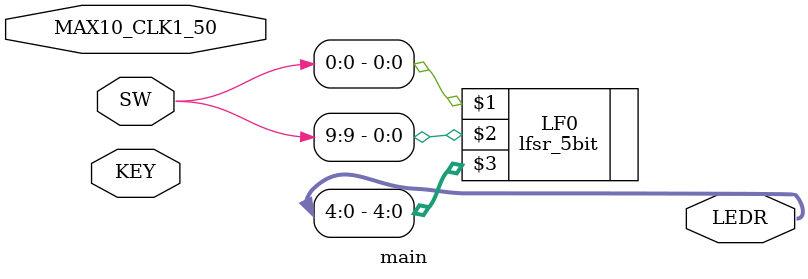
<source format=v>
module main(
	input		MAX10_CLK1_50,
	input 	[9:0] 	SW,
	input		[1:0]		KEY,
	output 	[9:0] 	LEDR
);
	//module shift_register_4bit(input clk,input areset,input load,input ena,input[3:0] data,output reg[3:0] q); 

	//shift_register_4bit SR0(SW[0], SW[9], SW[1], SW[2], SW[6:3], LEDR[3:0]);

	lfsr_5bit LF0(SW[0], SW[9], LEDR[4:0]);
endmodule
</source>
